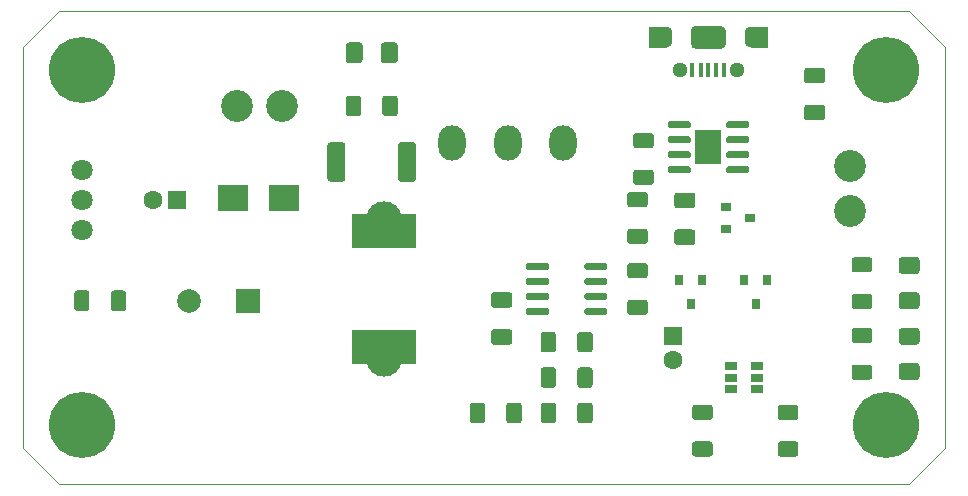
<source format=gbr>
%TF.GenerationSoftware,KiCad,Pcbnew,(5.1.10)-1*%
%TF.CreationDate,2021-05-16T21:49:31+02:00*%
%TF.ProjectId,BatteryBoost,42617474-6572-4794-926f-6f73742e6b69,rev?*%
%TF.SameCoordinates,Original*%
%TF.FileFunction,Soldermask,Top*%
%TF.FilePolarity,Negative*%
%FSLAX46Y46*%
G04 Gerber Fmt 4.6, Leading zero omitted, Abs format (unit mm)*
G04 Created by KiCad (PCBNEW (5.1.10)-1) date 2021-05-16 21:49:31*
%MOMM*%
%LPD*%
G01*
G04 APERTURE LIST*
%TA.AperFunction,Profile*%
%ADD10C,0.050000*%
%TD*%
%ADD11C,0.120000*%
%ADD12C,0.100000*%
%ADD13R,1.060000X0.650000*%
%ADD14R,0.800000X0.900000*%
%ADD15R,0.900000X0.800000*%
%ADD16R,2.500000X2.300000*%
%ADD17C,3.000000*%
%ADD18R,5.400000X2.900000*%
%ADD19C,1.600000*%
%ADD20R,1.600000X1.600000*%
%ADD21C,2.000000*%
%ADD22R,2.000000X2.000000*%
%ADD23R,2.290000X3.000000*%
%ADD24O,2.300000X3.000000*%
%ADD25C,2.700000*%
%ADD26O,1.100000X1.800000*%
%ADD27R,0.400000X1.250000*%
%ADD28C,1.290000*%
%ADD29C,1.800000*%
%ADD30C,5.600000*%
%ADD31C,3.600000*%
G04 APERTURE END LIST*
D10*
X3000000Y-40000000D02*
X0Y-37000000D01*
X78000000Y-37000000D02*
X75000000Y-40000000D01*
X75000000Y0D02*
X78000000Y-3000000D01*
X0Y-3000000D02*
X3000000Y0D01*
X78000000Y-37000000D02*
X78000000Y-3000000D01*
X3000000Y-40000000D02*
X75000000Y-40000000D01*
X75000000Y0D02*
X3000000Y0D01*
X0Y-3000000D02*
X0Y-37000000D01*
D11*
%TO.C,J5*%
X54400000Y-3050000D02*
X53000000Y-3050000D01*
D12*
G36*
X53000000Y-1350000D02*
G01*
X54400000Y-1350000D01*
X54400000Y-3050000D01*
X53000000Y-3050000D01*
X53000000Y-1350000D01*
G37*
X53000000Y-1350000D02*
X54400000Y-1350000D01*
X54400000Y-3050000D01*
X53000000Y-3050000D01*
X53000000Y-1350000D01*
D11*
X53000000Y-3050000D02*
X53000000Y-1350000D01*
X54400000Y-1350000D02*
X53000000Y-1350000D01*
D12*
G36*
X63000000Y-3050000D02*
G01*
X61600000Y-3050000D01*
X61600000Y-1350000D01*
X63000000Y-1350000D01*
X63000000Y-3050000D01*
G37*
X63000000Y-3050000D02*
X61600000Y-3050000D01*
X61600000Y-1350000D01*
X63000000Y-1350000D01*
X63000000Y-3050000D01*
D11*
X63000000Y-1350000D02*
X63000000Y-3050000D01*
X61600000Y-3050000D02*
X63000000Y-3050000D01*
X61600000Y-1350000D02*
X63000000Y-1350000D01*
%TD*%
D13*
%TO.C,U3*%
X62100000Y-31000000D03*
X62100000Y-30050000D03*
X62100000Y-31950000D03*
X59900000Y-31950000D03*
X59900000Y-31000000D03*
X59900000Y-30050000D03*
%TD*%
%TO.C,R13*%
G36*
G01*
X65375000Y-34600000D02*
X64125000Y-34600000D01*
G75*
G02*
X63875000Y-34350000I0J250000D01*
G01*
X63875000Y-33550000D01*
G75*
G02*
X64125000Y-33300000I250000J0D01*
G01*
X65375000Y-33300000D01*
G75*
G02*
X65625000Y-33550000I0J-250000D01*
G01*
X65625000Y-34350000D01*
G75*
G02*
X65375000Y-34600000I-250000J0D01*
G01*
G37*
G36*
G01*
X65375000Y-37700000D02*
X64125000Y-37700000D01*
G75*
G02*
X63875000Y-37450000I0J250000D01*
G01*
X63875000Y-36650000D01*
G75*
G02*
X64125000Y-36400000I250000J0D01*
G01*
X65375000Y-36400000D01*
G75*
G02*
X65625000Y-36650000I0J-250000D01*
G01*
X65625000Y-37450000D01*
G75*
G02*
X65375000Y-37700000I-250000J0D01*
G01*
G37*
%TD*%
%TO.C,R10*%
G36*
G01*
X58125000Y-34600000D02*
X56875000Y-34600000D01*
G75*
G02*
X56625000Y-34350000I0J250000D01*
G01*
X56625000Y-33550000D01*
G75*
G02*
X56875000Y-33300000I250000J0D01*
G01*
X58125000Y-33300000D01*
G75*
G02*
X58375000Y-33550000I0J-250000D01*
G01*
X58375000Y-34350000D01*
G75*
G02*
X58125000Y-34600000I-250000J0D01*
G01*
G37*
G36*
G01*
X58125000Y-37700000D02*
X56875000Y-37700000D01*
G75*
G02*
X56625000Y-37450000I0J250000D01*
G01*
X56625000Y-36650000D01*
G75*
G02*
X56875000Y-36400000I250000J0D01*
G01*
X58125000Y-36400000D01*
G75*
G02*
X58375000Y-36650000I0J-250000D01*
G01*
X58375000Y-37450000D01*
G75*
G02*
X58125000Y-37700000I-250000J0D01*
G01*
G37*
%TD*%
D14*
%TO.C,Q3*%
X62000000Y-24750000D03*
X61050000Y-22750000D03*
X62950000Y-22750000D03*
%TD*%
%TO.C,Q1*%
X56500000Y-24750000D03*
X55550000Y-22750000D03*
X57450000Y-22750000D03*
%TD*%
D15*
%TO.C,Q2*%
X59500000Y-16550000D03*
X59500000Y-18450000D03*
X61500000Y-17500000D03*
%TD*%
D16*
%TO.C,D2*%
X22050000Y-15800000D03*
X17750000Y-15800000D03*
%TD*%
D17*
%TO.C,L1*%
X30500000Y-29400000D03*
X30500000Y-17600000D03*
D18*
X30500000Y-28450000D03*
X30500000Y-18550000D03*
%TD*%
%TO.C,C5*%
G36*
G01*
X56650002Y-16662500D02*
X55349998Y-16662500D01*
G75*
G02*
X55100000Y-16412502I0J249998D01*
G01*
X55100000Y-15587498D01*
G75*
G02*
X55349998Y-15337500I249998J0D01*
G01*
X56650002Y-15337500D01*
G75*
G02*
X56900000Y-15587498I0J-249998D01*
G01*
X56900000Y-16412502D01*
G75*
G02*
X56650002Y-16662500I-249998J0D01*
G01*
G37*
G36*
G01*
X56650002Y-19787500D02*
X55349998Y-19787500D01*
G75*
G02*
X55100000Y-19537502I0J249998D01*
G01*
X55100000Y-18712498D01*
G75*
G02*
X55349998Y-18462500I249998J0D01*
G01*
X56650002Y-18462500D01*
G75*
G02*
X56900000Y-18712498I0J-249998D01*
G01*
X56900000Y-19537502D01*
G75*
G02*
X56650002Y-19787500I-249998J0D01*
G01*
G37*
%TD*%
D19*
%TO.C,C1*%
X55000000Y-29500000D03*
D20*
X55000000Y-27500000D03*
%TD*%
D19*
%TO.C,C6*%
X11000000Y-16000000D03*
D20*
X13000000Y-16000000D03*
%TD*%
D21*
%TO.C,C4*%
X14000000Y-24500000D03*
D22*
X19000000Y-24500000D03*
%TD*%
%TO.C,D1*%
G36*
G01*
X74375000Y-29775000D02*
X75625000Y-29775000D01*
G75*
G02*
X75875000Y-30025000I0J-250000D01*
G01*
X75875000Y-30950000D01*
G75*
G02*
X75625000Y-31200000I-250000J0D01*
G01*
X74375000Y-31200000D01*
G75*
G02*
X74125000Y-30950000I0J250000D01*
G01*
X74125000Y-30025000D01*
G75*
G02*
X74375000Y-29775000I250000J0D01*
G01*
G37*
G36*
G01*
X74375000Y-26800000D02*
X75625000Y-26800000D01*
G75*
G02*
X75875000Y-27050000I0J-250000D01*
G01*
X75875000Y-27975000D01*
G75*
G02*
X75625000Y-28225000I-250000J0D01*
G01*
X74375000Y-28225000D01*
G75*
G02*
X74125000Y-27975000I0J250000D01*
G01*
X74125000Y-27050000D01*
G75*
G02*
X74375000Y-26800000I250000J0D01*
G01*
G37*
%TD*%
%TO.C,R5*%
G36*
G01*
X71625001Y-28100000D02*
X70374999Y-28100000D01*
G75*
G02*
X70125000Y-27850001I0J249999D01*
G01*
X70125000Y-27049999D01*
G75*
G02*
X70374999Y-26800000I249999J0D01*
G01*
X71625001Y-26800000D01*
G75*
G02*
X71875000Y-27049999I0J-249999D01*
G01*
X71875000Y-27850001D01*
G75*
G02*
X71625001Y-28100000I-249999J0D01*
G01*
G37*
G36*
G01*
X71625001Y-31200000D02*
X70374999Y-31200000D01*
G75*
G02*
X70125000Y-30950001I0J249999D01*
G01*
X70125000Y-30149999D01*
G75*
G02*
X70374999Y-29900000I249999J0D01*
G01*
X71625001Y-29900000D01*
G75*
G02*
X71875000Y-30149999I0J-249999D01*
G01*
X71875000Y-30950001D01*
G75*
G02*
X71625001Y-31200000I-249999J0D01*
G01*
G37*
%TD*%
%TO.C,U2*%
G36*
G01*
X54550000Y-9745000D02*
X54550000Y-9445000D01*
G75*
G02*
X54700000Y-9295000I150000J0D01*
G01*
X56350000Y-9295000D01*
G75*
G02*
X56500000Y-9445000I0J-150000D01*
G01*
X56500000Y-9745000D01*
G75*
G02*
X56350000Y-9895000I-150000J0D01*
G01*
X54700000Y-9895000D01*
G75*
G02*
X54550000Y-9745000I0J150000D01*
G01*
G37*
G36*
G01*
X54550000Y-11015000D02*
X54550000Y-10715000D01*
G75*
G02*
X54700000Y-10565000I150000J0D01*
G01*
X56350000Y-10565000D01*
G75*
G02*
X56500000Y-10715000I0J-150000D01*
G01*
X56500000Y-11015000D01*
G75*
G02*
X56350000Y-11165000I-150000J0D01*
G01*
X54700000Y-11165000D01*
G75*
G02*
X54550000Y-11015000I0J150000D01*
G01*
G37*
G36*
G01*
X54550000Y-12285000D02*
X54550000Y-11985000D01*
G75*
G02*
X54700000Y-11835000I150000J0D01*
G01*
X56350000Y-11835000D01*
G75*
G02*
X56500000Y-11985000I0J-150000D01*
G01*
X56500000Y-12285000D01*
G75*
G02*
X56350000Y-12435000I-150000J0D01*
G01*
X54700000Y-12435000D01*
G75*
G02*
X54550000Y-12285000I0J150000D01*
G01*
G37*
G36*
G01*
X54550000Y-13555000D02*
X54550000Y-13255000D01*
G75*
G02*
X54700000Y-13105000I150000J0D01*
G01*
X56350000Y-13105000D01*
G75*
G02*
X56500000Y-13255000I0J-150000D01*
G01*
X56500000Y-13555000D01*
G75*
G02*
X56350000Y-13705000I-150000J0D01*
G01*
X54700000Y-13705000D01*
G75*
G02*
X54550000Y-13555000I0J150000D01*
G01*
G37*
G36*
G01*
X59500000Y-13555000D02*
X59500000Y-13255000D01*
G75*
G02*
X59650000Y-13105000I150000J0D01*
G01*
X61300000Y-13105000D01*
G75*
G02*
X61450000Y-13255000I0J-150000D01*
G01*
X61450000Y-13555000D01*
G75*
G02*
X61300000Y-13705000I-150000J0D01*
G01*
X59650000Y-13705000D01*
G75*
G02*
X59500000Y-13555000I0J150000D01*
G01*
G37*
G36*
G01*
X59500000Y-12285000D02*
X59500000Y-11985000D01*
G75*
G02*
X59650000Y-11835000I150000J0D01*
G01*
X61300000Y-11835000D01*
G75*
G02*
X61450000Y-11985000I0J-150000D01*
G01*
X61450000Y-12285000D01*
G75*
G02*
X61300000Y-12435000I-150000J0D01*
G01*
X59650000Y-12435000D01*
G75*
G02*
X59500000Y-12285000I0J150000D01*
G01*
G37*
G36*
G01*
X59500000Y-11015000D02*
X59500000Y-10715000D01*
G75*
G02*
X59650000Y-10565000I150000J0D01*
G01*
X61300000Y-10565000D01*
G75*
G02*
X61450000Y-10715000I0J-150000D01*
G01*
X61450000Y-11015000D01*
G75*
G02*
X61300000Y-11165000I-150000J0D01*
G01*
X59650000Y-11165000D01*
G75*
G02*
X59500000Y-11015000I0J150000D01*
G01*
G37*
G36*
G01*
X59500000Y-9745000D02*
X59500000Y-9445000D01*
G75*
G02*
X59650000Y-9295000I150000J0D01*
G01*
X61300000Y-9295000D01*
G75*
G02*
X61450000Y-9445000I0J-150000D01*
G01*
X61450000Y-9745000D01*
G75*
G02*
X61300000Y-9895000I-150000J0D01*
G01*
X59650000Y-9895000D01*
G75*
G02*
X59500000Y-9745000I0J150000D01*
G01*
G37*
D23*
X58000000Y-11500000D03*
%TD*%
D24*
%TO.C,SW1*%
X36300000Y-11100000D03*
X41000000Y-11100000D03*
X45700000Y-11100000D03*
%TD*%
D25*
%TO.C,J6*%
X70000000Y-16905000D03*
X70000000Y-13095000D03*
%TD*%
%TO.C,J7*%
X18095000Y-8000000D03*
X21905000Y-8000000D03*
%TD*%
D26*
%TO.C,J5*%
X54400000Y-2200000D03*
G36*
G01*
X59500000Y-1700000D02*
X59500000Y-2700000D01*
G75*
G02*
X59000000Y-3200000I-500000J0D01*
G01*
X57000000Y-3200000D01*
G75*
G02*
X56500000Y-2700000I0J500000D01*
G01*
X56500000Y-1700000D01*
G75*
G02*
X57000000Y-1200000I500000J0D01*
G01*
X59000000Y-1200000D01*
G75*
G02*
X59500000Y-1700000I0J-500000D01*
G01*
G37*
D27*
X56650000Y-5000000D03*
X57350000Y-5000000D03*
X58000000Y-5000000D03*
X58650000Y-5000000D03*
X59300000Y-5000000D03*
D28*
X55575000Y-5000000D03*
X60425000Y-5000000D03*
D26*
X54400000Y-2200000D03*
X61600000Y-2200000D03*
%TD*%
%TO.C,U1*%
G36*
G01*
X47500000Y-21745000D02*
X47500000Y-21445000D01*
G75*
G02*
X47650000Y-21295000I150000J0D01*
G01*
X49300000Y-21295000D01*
G75*
G02*
X49450000Y-21445000I0J-150000D01*
G01*
X49450000Y-21745000D01*
G75*
G02*
X49300000Y-21895000I-150000J0D01*
G01*
X47650000Y-21895000D01*
G75*
G02*
X47500000Y-21745000I0J150000D01*
G01*
G37*
G36*
G01*
X47500000Y-23015000D02*
X47500000Y-22715000D01*
G75*
G02*
X47650000Y-22565000I150000J0D01*
G01*
X49300000Y-22565000D01*
G75*
G02*
X49450000Y-22715000I0J-150000D01*
G01*
X49450000Y-23015000D01*
G75*
G02*
X49300000Y-23165000I-150000J0D01*
G01*
X47650000Y-23165000D01*
G75*
G02*
X47500000Y-23015000I0J150000D01*
G01*
G37*
G36*
G01*
X47500000Y-24285000D02*
X47500000Y-23985000D01*
G75*
G02*
X47650000Y-23835000I150000J0D01*
G01*
X49300000Y-23835000D01*
G75*
G02*
X49450000Y-23985000I0J-150000D01*
G01*
X49450000Y-24285000D01*
G75*
G02*
X49300000Y-24435000I-150000J0D01*
G01*
X47650000Y-24435000D01*
G75*
G02*
X47500000Y-24285000I0J150000D01*
G01*
G37*
G36*
G01*
X47500000Y-25555000D02*
X47500000Y-25255000D01*
G75*
G02*
X47650000Y-25105000I150000J0D01*
G01*
X49300000Y-25105000D01*
G75*
G02*
X49450000Y-25255000I0J-150000D01*
G01*
X49450000Y-25555000D01*
G75*
G02*
X49300000Y-25705000I-150000J0D01*
G01*
X47650000Y-25705000D01*
G75*
G02*
X47500000Y-25555000I0J150000D01*
G01*
G37*
G36*
G01*
X42550000Y-25555000D02*
X42550000Y-25255000D01*
G75*
G02*
X42700000Y-25105000I150000J0D01*
G01*
X44350000Y-25105000D01*
G75*
G02*
X44500000Y-25255000I0J-150000D01*
G01*
X44500000Y-25555000D01*
G75*
G02*
X44350000Y-25705000I-150000J0D01*
G01*
X42700000Y-25705000D01*
G75*
G02*
X42550000Y-25555000I0J150000D01*
G01*
G37*
G36*
G01*
X42550000Y-24285000D02*
X42550000Y-23985000D01*
G75*
G02*
X42700000Y-23835000I150000J0D01*
G01*
X44350000Y-23835000D01*
G75*
G02*
X44500000Y-23985000I0J-150000D01*
G01*
X44500000Y-24285000D01*
G75*
G02*
X44350000Y-24435000I-150000J0D01*
G01*
X42700000Y-24435000D01*
G75*
G02*
X42550000Y-24285000I0J150000D01*
G01*
G37*
G36*
G01*
X42550000Y-23015000D02*
X42550000Y-22715000D01*
G75*
G02*
X42700000Y-22565000I150000J0D01*
G01*
X44350000Y-22565000D01*
G75*
G02*
X44500000Y-22715000I0J-150000D01*
G01*
X44500000Y-23015000D01*
G75*
G02*
X44350000Y-23165000I-150000J0D01*
G01*
X42700000Y-23165000D01*
G75*
G02*
X42550000Y-23015000I0J150000D01*
G01*
G37*
G36*
G01*
X42550000Y-21745000D02*
X42550000Y-21445000D01*
G75*
G02*
X42700000Y-21295000I150000J0D01*
G01*
X44350000Y-21295000D01*
G75*
G02*
X44500000Y-21445000I0J-150000D01*
G01*
X44500000Y-21745000D01*
G75*
G02*
X44350000Y-21895000I-150000J0D01*
G01*
X42700000Y-21895000D01*
G75*
G02*
X42550000Y-21745000I0J150000D01*
G01*
G37*
%TD*%
D29*
%TO.C,RV1*%
X5000000Y-13460000D03*
X5000000Y-16000000D03*
X5000000Y-18540000D03*
%TD*%
%TO.C,R3*%
G36*
G01*
X46900000Y-31625001D02*
X46900000Y-30374999D01*
G75*
G02*
X47149999Y-30125000I249999J0D01*
G01*
X47950001Y-30125000D01*
G75*
G02*
X48200000Y-30374999I0J-249999D01*
G01*
X48200000Y-31625001D01*
G75*
G02*
X47950001Y-31875000I-249999J0D01*
G01*
X47149999Y-31875000D01*
G75*
G02*
X46900000Y-31625001I0J249999D01*
G01*
G37*
G36*
G01*
X43800000Y-31625001D02*
X43800000Y-30374999D01*
G75*
G02*
X44049999Y-30125000I249999J0D01*
G01*
X44850001Y-30125000D01*
G75*
G02*
X45100000Y-30374999I0J-249999D01*
G01*
X45100000Y-31625001D01*
G75*
G02*
X44850001Y-31875000I-249999J0D01*
G01*
X44049999Y-31875000D01*
G75*
G02*
X43800000Y-31625001I0J249999D01*
G01*
G37*
%TD*%
%TO.C,R11*%
G36*
G01*
X53125001Y-11600000D02*
X51874999Y-11600000D01*
G75*
G02*
X51625000Y-11350001I0J249999D01*
G01*
X51625000Y-10549999D01*
G75*
G02*
X51874999Y-10300000I249999J0D01*
G01*
X53125001Y-10300000D01*
G75*
G02*
X53375000Y-10549999I0J-249999D01*
G01*
X53375000Y-11350001D01*
G75*
G02*
X53125001Y-11600000I-249999J0D01*
G01*
G37*
G36*
G01*
X53125001Y-14700000D02*
X51874999Y-14700000D01*
G75*
G02*
X51625000Y-14450001I0J249999D01*
G01*
X51625000Y-13649999D01*
G75*
G02*
X51874999Y-13400000I249999J0D01*
G01*
X53125001Y-13400000D01*
G75*
G02*
X53375000Y-13649999I0J-249999D01*
G01*
X53375000Y-14450001D01*
G75*
G02*
X53125001Y-14700000I-249999J0D01*
G01*
G37*
%TD*%
%TO.C,R8*%
G36*
G01*
X71625001Y-22100000D02*
X70374999Y-22100000D01*
G75*
G02*
X70125000Y-21850001I0J249999D01*
G01*
X70125000Y-21049999D01*
G75*
G02*
X70374999Y-20800000I249999J0D01*
G01*
X71625001Y-20800000D01*
G75*
G02*
X71875000Y-21049999I0J-249999D01*
G01*
X71875000Y-21850001D01*
G75*
G02*
X71625001Y-22100000I-249999J0D01*
G01*
G37*
G36*
G01*
X71625001Y-25200000D02*
X70374999Y-25200000D01*
G75*
G02*
X70125000Y-24950001I0J249999D01*
G01*
X70125000Y-24149999D01*
G75*
G02*
X70374999Y-23900000I249999J0D01*
G01*
X71625001Y-23900000D01*
G75*
G02*
X71875000Y-24149999I0J-249999D01*
G01*
X71875000Y-24950001D01*
G75*
G02*
X71625001Y-25200000I-249999J0D01*
G01*
G37*
%TD*%
%TO.C,R12*%
G36*
G01*
X27300000Y-8625001D02*
X27300000Y-7374999D01*
G75*
G02*
X27549999Y-7125000I249999J0D01*
G01*
X28350001Y-7125000D01*
G75*
G02*
X28600000Y-7374999I0J-249999D01*
G01*
X28600000Y-8625001D01*
G75*
G02*
X28350001Y-8875000I-249999J0D01*
G01*
X27549999Y-8875000D01*
G75*
G02*
X27300000Y-8625001I0J249999D01*
G01*
G37*
G36*
G01*
X30400000Y-8625001D02*
X30400000Y-7374999D01*
G75*
G02*
X30649999Y-7125000I249999J0D01*
G01*
X31450001Y-7125000D01*
G75*
G02*
X31700000Y-7374999I0J-249999D01*
G01*
X31700000Y-8625001D01*
G75*
G02*
X31450001Y-8875000I-249999J0D01*
G01*
X30649999Y-8875000D01*
G75*
G02*
X30400000Y-8625001I0J249999D01*
G01*
G37*
%TD*%
%TO.C,R9*%
G36*
G01*
X39100000Y-33374999D02*
X39100000Y-34625001D01*
G75*
G02*
X38850001Y-34875000I-249999J0D01*
G01*
X38049999Y-34875000D01*
G75*
G02*
X37800000Y-34625001I0J249999D01*
G01*
X37800000Y-33374999D01*
G75*
G02*
X38049999Y-33125000I249999J0D01*
G01*
X38850001Y-33125000D01*
G75*
G02*
X39100000Y-33374999I0J-249999D01*
G01*
G37*
G36*
G01*
X42200000Y-33374999D02*
X42200000Y-34625001D01*
G75*
G02*
X41950001Y-34875000I-249999J0D01*
G01*
X41149999Y-34875000D01*
G75*
G02*
X40900000Y-34625001I0J249999D01*
G01*
X40900000Y-33374999D01*
G75*
G02*
X41149999Y-33125000I249999J0D01*
G01*
X41950001Y-33125000D01*
G75*
G02*
X42200000Y-33374999I0J-249999D01*
G01*
G37*
%TD*%
%TO.C,R6*%
G36*
G01*
X45100000Y-33374999D02*
X45100000Y-34625001D01*
G75*
G02*
X44850001Y-34875000I-249999J0D01*
G01*
X44049999Y-34875000D01*
G75*
G02*
X43800000Y-34625001I0J249999D01*
G01*
X43800000Y-33374999D01*
G75*
G02*
X44049999Y-33125000I249999J0D01*
G01*
X44850001Y-33125000D01*
G75*
G02*
X45100000Y-33374999I0J-249999D01*
G01*
G37*
G36*
G01*
X48200000Y-33374999D02*
X48200000Y-34625001D01*
G75*
G02*
X47950001Y-34875000I-249999J0D01*
G01*
X47149999Y-34875000D01*
G75*
G02*
X46900000Y-34625001I0J249999D01*
G01*
X46900000Y-33374999D01*
G75*
G02*
X47149999Y-33125000I249999J0D01*
G01*
X47950001Y-33125000D01*
G75*
G02*
X48200000Y-33374999I0J-249999D01*
G01*
G37*
%TD*%
%TO.C,R7*%
G36*
G01*
X7400000Y-25125001D02*
X7400000Y-23874999D01*
G75*
G02*
X7649999Y-23625000I249999J0D01*
G01*
X8450001Y-23625000D01*
G75*
G02*
X8700000Y-23874999I0J-249999D01*
G01*
X8700000Y-25125001D01*
G75*
G02*
X8450001Y-25375000I-249999J0D01*
G01*
X7649999Y-25375000D01*
G75*
G02*
X7400000Y-25125001I0J249999D01*
G01*
G37*
G36*
G01*
X4300000Y-25125001D02*
X4300000Y-23874999D01*
G75*
G02*
X4549999Y-23625000I249999J0D01*
G01*
X5350001Y-23625000D01*
G75*
G02*
X5600000Y-23874999I0J-249999D01*
G01*
X5600000Y-25125001D01*
G75*
G02*
X5350001Y-25375000I-249999J0D01*
G01*
X4549999Y-25375000D01*
G75*
G02*
X4300000Y-25125001I0J249999D01*
G01*
G37*
%TD*%
%TO.C,R4*%
G36*
G01*
X46900000Y-28625001D02*
X46900000Y-27374999D01*
G75*
G02*
X47149999Y-27125000I249999J0D01*
G01*
X47950001Y-27125000D01*
G75*
G02*
X48200000Y-27374999I0J-249999D01*
G01*
X48200000Y-28625001D01*
G75*
G02*
X47950001Y-28875000I-249999J0D01*
G01*
X47149999Y-28875000D01*
G75*
G02*
X46900000Y-28625001I0J249999D01*
G01*
G37*
G36*
G01*
X43800000Y-28625001D02*
X43800000Y-27374999D01*
G75*
G02*
X44049999Y-27125000I249999J0D01*
G01*
X44850001Y-27125000D01*
G75*
G02*
X45100000Y-27374999I0J-249999D01*
G01*
X45100000Y-28625001D01*
G75*
G02*
X44850001Y-28875000I-249999J0D01*
G01*
X44049999Y-28875000D01*
G75*
G02*
X43800000Y-28625001I0J249999D01*
G01*
G37*
%TD*%
%TO.C,R2*%
G36*
G01*
X51374999Y-18400000D02*
X52625001Y-18400000D01*
G75*
G02*
X52875000Y-18649999I0J-249999D01*
G01*
X52875000Y-19450001D01*
G75*
G02*
X52625001Y-19700000I-249999J0D01*
G01*
X51374999Y-19700000D01*
G75*
G02*
X51125000Y-19450001I0J249999D01*
G01*
X51125000Y-18649999D01*
G75*
G02*
X51374999Y-18400000I249999J0D01*
G01*
G37*
G36*
G01*
X51374999Y-15300000D02*
X52625001Y-15300000D01*
G75*
G02*
X52875000Y-15549999I0J-249999D01*
G01*
X52875000Y-16350001D01*
G75*
G02*
X52625001Y-16600000I-249999J0D01*
G01*
X51374999Y-16600000D01*
G75*
G02*
X51125000Y-16350001I0J249999D01*
G01*
X51125000Y-15549999D01*
G75*
G02*
X51374999Y-15300000I249999J0D01*
G01*
G37*
%TD*%
%TO.C,R1*%
G36*
G01*
X51374999Y-24400000D02*
X52625001Y-24400000D01*
G75*
G02*
X52875000Y-24649999I0J-249999D01*
G01*
X52875000Y-25450001D01*
G75*
G02*
X52625001Y-25700000I-249999J0D01*
G01*
X51374999Y-25700000D01*
G75*
G02*
X51125000Y-25450001I0J249999D01*
G01*
X51125000Y-24649999D01*
G75*
G02*
X51374999Y-24400000I249999J0D01*
G01*
G37*
G36*
G01*
X51374999Y-21300000D02*
X52625001Y-21300000D01*
G75*
G02*
X52875000Y-21549999I0J-249999D01*
G01*
X52875000Y-22350001D01*
G75*
G02*
X52625001Y-22600000I-249999J0D01*
G01*
X51374999Y-22600000D01*
G75*
G02*
X51125000Y-22350001I0J249999D01*
G01*
X51125000Y-21549999D01*
G75*
G02*
X51374999Y-21300000I249999J0D01*
G01*
G37*
%TD*%
%TO.C,L2*%
G36*
G01*
X33250000Y-11324999D02*
X33250000Y-14175001D01*
G75*
G02*
X33000001Y-14425000I-249999J0D01*
G01*
X31974999Y-14425000D01*
G75*
G02*
X31725000Y-14175001I0J249999D01*
G01*
X31725000Y-11324999D01*
G75*
G02*
X31974999Y-11075000I249999J0D01*
G01*
X33000001Y-11075000D01*
G75*
G02*
X33250000Y-11324999I0J-249999D01*
G01*
G37*
G36*
G01*
X27275000Y-11324999D02*
X27275000Y-14175001D01*
G75*
G02*
X27025001Y-14425000I-249999J0D01*
G01*
X25999999Y-14425000D01*
G75*
G02*
X25750000Y-14175001I0J249999D01*
G01*
X25750000Y-11324999D01*
G75*
G02*
X25999999Y-11075000I249999J0D01*
G01*
X27025001Y-11075000D01*
G75*
G02*
X27275000Y-11324999I0J-249999D01*
G01*
G37*
%TD*%
%TO.C,D3*%
G36*
G01*
X74375000Y-23775000D02*
X75625000Y-23775000D01*
G75*
G02*
X75875000Y-24025000I0J-250000D01*
G01*
X75875000Y-24950000D01*
G75*
G02*
X75625000Y-25200000I-250000J0D01*
G01*
X74375000Y-25200000D01*
G75*
G02*
X74125000Y-24950000I0J250000D01*
G01*
X74125000Y-24025000D01*
G75*
G02*
X74375000Y-23775000I250000J0D01*
G01*
G37*
G36*
G01*
X74375000Y-20800000D02*
X75625000Y-20800000D01*
G75*
G02*
X75875000Y-21050000I0J-250000D01*
G01*
X75875000Y-21975000D01*
G75*
G02*
X75625000Y-22225000I-250000J0D01*
G01*
X74375000Y-22225000D01*
G75*
G02*
X74125000Y-21975000I0J250000D01*
G01*
X74125000Y-21050000D01*
G75*
G02*
X74375000Y-20800000I250000J0D01*
G01*
G37*
%TD*%
%TO.C,D4*%
G36*
G01*
X30275000Y-4125000D02*
X30275000Y-2875000D01*
G75*
G02*
X30525000Y-2625000I250000J0D01*
G01*
X31450000Y-2625000D01*
G75*
G02*
X31700000Y-2875000I0J-250000D01*
G01*
X31700000Y-4125000D01*
G75*
G02*
X31450000Y-4375000I-250000J0D01*
G01*
X30525000Y-4375000D01*
G75*
G02*
X30275000Y-4125000I0J250000D01*
G01*
G37*
G36*
G01*
X27300000Y-4125000D02*
X27300000Y-2875000D01*
G75*
G02*
X27550000Y-2625000I250000J0D01*
G01*
X28475000Y-2625000D01*
G75*
G02*
X28725000Y-2875000I0J-250000D01*
G01*
X28725000Y-4125000D01*
G75*
G02*
X28475000Y-4375000I-250000J0D01*
G01*
X27550000Y-4375000D01*
G75*
G02*
X27300000Y-4125000I0J250000D01*
G01*
G37*
%TD*%
%TO.C,C2*%
G36*
G01*
X67650002Y-6100000D02*
X66349998Y-6100000D01*
G75*
G02*
X66100000Y-5850002I0J249998D01*
G01*
X66100000Y-5024998D01*
G75*
G02*
X66349998Y-4775000I249998J0D01*
G01*
X67650002Y-4775000D01*
G75*
G02*
X67900000Y-5024998I0J-249998D01*
G01*
X67900000Y-5850002D01*
G75*
G02*
X67650002Y-6100000I-249998J0D01*
G01*
G37*
G36*
G01*
X67650002Y-9225000D02*
X66349998Y-9225000D01*
G75*
G02*
X66100000Y-8975002I0J249998D01*
G01*
X66100000Y-8149998D01*
G75*
G02*
X66349998Y-7900000I249998J0D01*
G01*
X67650002Y-7900000D01*
G75*
G02*
X67900000Y-8149998I0J-249998D01*
G01*
X67900000Y-8975002D01*
G75*
G02*
X67650002Y-9225000I-249998J0D01*
G01*
G37*
%TD*%
%TO.C,C3*%
G36*
G01*
X39849998Y-26900000D02*
X41150002Y-26900000D01*
G75*
G02*
X41400000Y-27149998I0J-249998D01*
G01*
X41400000Y-27975002D01*
G75*
G02*
X41150002Y-28225000I-249998J0D01*
G01*
X39849998Y-28225000D01*
G75*
G02*
X39600000Y-27975002I0J249998D01*
G01*
X39600000Y-27149998D01*
G75*
G02*
X39849998Y-26900000I249998J0D01*
G01*
G37*
G36*
G01*
X39849998Y-23775000D02*
X41150002Y-23775000D01*
G75*
G02*
X41400000Y-24024998I0J-249998D01*
G01*
X41400000Y-24850002D01*
G75*
G02*
X41150002Y-25100000I-249998J0D01*
G01*
X39849998Y-25100000D01*
G75*
G02*
X39600000Y-24850002I0J249998D01*
G01*
X39600000Y-24024998D01*
G75*
G02*
X39849998Y-23775000I249998J0D01*
G01*
G37*
%TD*%
D30*
%TO.C,J4*%
X5000000Y-35000000D03*
D31*
X5000000Y-35000000D03*
%TD*%
D30*
%TO.C,J3*%
X73000000Y-5000000D03*
D31*
X73000000Y-5000000D03*
%TD*%
D30*
%TO.C,J2*%
X73000000Y-35000000D03*
D31*
X73000000Y-35000000D03*
%TD*%
D30*
%TO.C,J1*%
X5000000Y-5000000D03*
D31*
X5000000Y-5000000D03*
%TD*%
M02*

</source>
